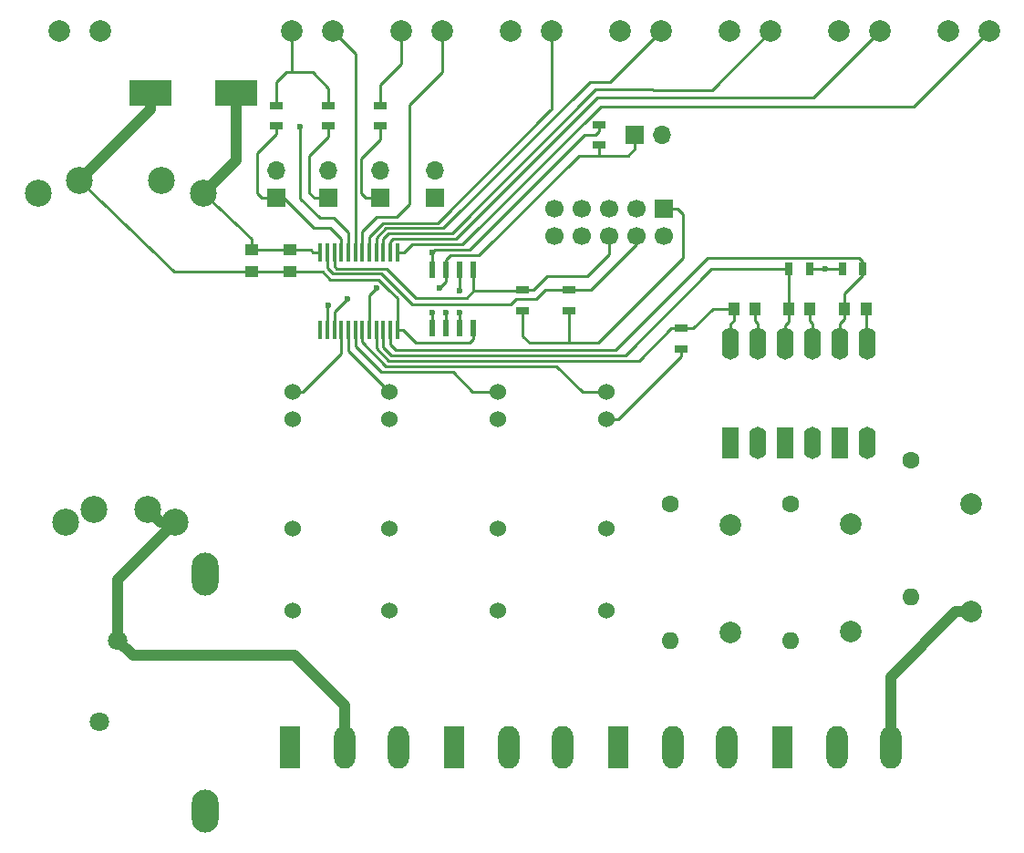
<source format=gtl>
G04 #@! TF.FileFunction,Copper,L1,Top,Signal*
%FSLAX46Y46*%
G04 Gerber Fmt 4.6, Leading zero omitted, Abs format (unit mm)*
G04 Created by KiCad (PCBNEW 4.0.2+dfsg1-stable) date lun 08 gen 2018 08:49:30 CET*
%MOMM*%
G01*
G04 APERTURE LIST*
%ADD10C,0.100000*%
%ADD11C,2.500000*%
%ADD12R,1.700000X1.700000*%
%ADD13C,1.700000*%
%ADD14O,2.499360X4.000500*%
%ADD15C,1.800000*%
%ADD16R,4.000500X2.400300*%
%ADD17R,1.250000X1.000000*%
%ADD18R,1.300000X0.700000*%
%ADD19R,0.450000X1.750000*%
%ADD20R,1.000000X1.250000*%
%ADD21C,1.600000*%
%ADD22O,1.600000X1.600000*%
%ADD23R,0.700000X1.300000*%
%ADD24O,1.700000X1.700000*%
%ADD25R,0.600000X1.550000*%
%ADD26C,1.524000*%
%ADD27C,2.000000*%
%ADD28R,1.980000X3.960000*%
%ADD29O,1.980000X3.960000*%
%ADD30R,1.600000X3.000000*%
%ADD31O,1.600000X3.000000*%
%ADD32C,0.600000*%
%ADD33C,0.250000*%
%ADD34C,1.000000*%
G04 APERTURE END LIST*
D10*
D11*
X95290000Y-104870000D03*
X100290000Y-104870000D03*
X90090000Y-75470000D03*
X105490000Y-75470000D03*
X92710000Y-106045000D03*
X102870000Y-106045000D03*
X93980000Y-74295000D03*
X101600000Y-74295000D03*
D12*
X148209000Y-76962000D03*
D13*
X148209000Y-79502000D03*
X145669000Y-76962000D03*
X145669000Y-79502000D03*
X143129000Y-76962000D03*
X143129000Y-79502000D03*
X140589000Y-76962000D03*
X140589000Y-79502000D03*
X138049000Y-76962000D03*
X138049000Y-79502000D03*
D14*
X105664000Y-110919260D03*
X105664000Y-132920740D03*
D15*
X97536000Y-117094000D03*
X95836000Y-124594000D03*
D16*
X108521500Y-66230500D03*
X100520500Y-66230500D03*
D17*
X109982000Y-80788000D03*
X109982000Y-82788000D03*
X113538000Y-80788000D03*
X113538000Y-82788000D03*
D18*
X139446000Y-86421000D03*
X139446000Y-84521000D03*
X135128000Y-86421000D03*
X135128000Y-84521000D03*
X121920000Y-69276000D03*
X121920000Y-67376000D03*
X117094000Y-69276000D03*
X117094000Y-67376000D03*
X112268000Y-69276000D03*
X112268000Y-67376000D03*
D19*
X116313000Y-88182000D03*
X116963000Y-88182000D03*
X117613000Y-88182000D03*
X118263000Y-88182000D03*
X118913000Y-88182000D03*
X119563000Y-88182000D03*
X120213000Y-88182000D03*
X120863000Y-88182000D03*
X121513000Y-88182000D03*
X122163000Y-88182000D03*
X122813000Y-88182000D03*
X123463000Y-88182000D03*
X123463000Y-80982000D03*
X122813000Y-80982000D03*
X122163000Y-80982000D03*
X121513000Y-80982000D03*
X120863000Y-80982000D03*
X120213000Y-80982000D03*
X119563000Y-80982000D03*
X118913000Y-80982000D03*
X118263000Y-80982000D03*
X117613000Y-80982000D03*
X116963000Y-80982000D03*
X116313000Y-80982000D03*
D20*
X154702000Y-86233000D03*
X156702000Y-86233000D03*
X159782000Y-86233000D03*
X161782000Y-86233000D03*
X164989000Y-86233000D03*
X166989000Y-86233000D03*
D18*
X149860000Y-89977000D03*
X149860000Y-88077000D03*
D21*
X148844000Y-104394000D03*
D22*
X148844000Y-117094000D03*
D23*
X161732000Y-82550000D03*
X159832000Y-82550000D03*
D21*
X160020000Y-104394000D03*
D22*
X160020000Y-117094000D03*
D23*
X164785000Y-82550000D03*
X166685000Y-82550000D03*
D21*
X171196000Y-100330000D03*
D22*
X171196000Y-113030000D03*
D12*
X112268000Y-75946000D03*
D24*
X112268000Y-73406000D03*
D12*
X117094000Y-75946000D03*
D24*
X117094000Y-73406000D03*
D12*
X121920000Y-75946000D03*
D24*
X121920000Y-73406000D03*
D12*
X127000000Y-75946000D03*
D24*
X127000000Y-73406000D03*
D25*
X126746000Y-88044000D03*
X128016000Y-88044000D03*
X129286000Y-88044000D03*
X130556000Y-88044000D03*
X130556000Y-82644000D03*
X129286000Y-82644000D03*
X128016000Y-82644000D03*
X126746000Y-82644000D03*
D26*
X142849600Y-93980000D03*
X142849600Y-96520000D03*
X142849600Y-106680000D03*
X142849600Y-114300000D03*
X122732800Y-93980000D03*
X122732800Y-96520000D03*
X122732800Y-106680000D03*
X122732800Y-114300000D03*
X113741200Y-93980000D03*
X113741200Y-96520000D03*
X113741200Y-106680000D03*
X113741200Y-114300000D03*
X132791200Y-93980000D03*
X132791200Y-96520000D03*
X132791200Y-106680000D03*
X132791200Y-114300000D03*
D27*
X176784000Y-104394000D03*
X176784000Y-114394000D03*
X165608000Y-106273600D03*
X165608000Y-116273600D03*
X154432000Y-106324400D03*
X154432000Y-116324400D03*
D28*
X113538000Y-127000000D03*
D29*
X118538000Y-127000000D03*
X123538000Y-127000000D03*
D28*
X128778000Y-127000000D03*
D29*
X133778000Y-127000000D03*
X138778000Y-127000000D03*
D28*
X144018000Y-127000000D03*
D29*
X149018000Y-127000000D03*
X154018000Y-127000000D03*
D28*
X159258000Y-127000000D03*
D29*
X164258000Y-127000000D03*
X169258000Y-127000000D03*
D18*
X142240000Y-69154000D03*
X142240000Y-71054000D03*
D12*
X145542000Y-70104000D03*
D24*
X148082000Y-70104000D03*
D27*
X113665000Y-60452000D03*
X117475000Y-60452000D03*
X123825000Y-60452000D03*
X127635000Y-60452000D03*
X133985000Y-60452000D03*
X137795000Y-60452000D03*
X154305000Y-60452000D03*
X158115000Y-60452000D03*
X164465000Y-60452000D03*
X168275000Y-60452000D03*
X174625000Y-60452000D03*
X178435000Y-60452000D03*
X92075000Y-60452000D03*
X95885000Y-60452000D03*
X144145000Y-60452000D03*
X147955000Y-60452000D03*
D30*
X164592000Y-98717000D03*
D31*
X167132000Y-89497000D03*
X167132000Y-98717000D03*
X164592000Y-89497000D03*
D30*
X159512000Y-98717000D03*
D31*
X162052000Y-89497000D03*
X162052000Y-98717000D03*
X159512000Y-89497000D03*
D30*
X154432000Y-98717000D03*
D31*
X156972000Y-89497000D03*
X156972000Y-98717000D03*
X154432000Y-89497000D03*
D32*
X126746000Y-81026000D03*
X163195000Y-82550000D03*
X129286000Y-84531200D03*
X114427000Y-69342000D03*
X126746000Y-86614000D03*
X128016000Y-86614000D03*
X117094000Y-85953600D03*
X129286000Y-86614000D03*
X118821200Y-85293200D03*
X121564400Y-84328000D03*
X127406400Y-84328000D03*
D33*
X130175000Y-80772000D02*
X127000000Y-80772000D01*
X141859000Y-70104000D02*
X142240000Y-69723000D01*
X142240000Y-69154000D02*
X142240000Y-69723000D01*
X130175000Y-80772000D02*
X140843000Y-70104000D01*
X140843000Y-70104000D02*
X141859000Y-70104000D01*
X127000000Y-80772000D02*
X126746000Y-81026000D01*
X126746000Y-82644000D02*
X126746000Y-81026000D01*
D34*
X108521500Y-66230500D02*
X108521500Y-72438500D01*
X108521500Y-72438500D02*
X105490000Y-75470000D01*
D33*
X161732000Y-82550000D02*
X163195000Y-82550000D01*
X163195000Y-82550000D02*
X164785000Y-82550000D01*
X149860000Y-89977000D02*
X149860000Y-90678000D01*
X144018000Y-96520000D02*
X142849600Y-96520000D01*
X149860000Y-90678000D02*
X144018000Y-96520000D01*
X105490000Y-75470000D02*
X105490000Y-75467200D01*
X116313000Y-80982000D02*
X115653000Y-80982000D01*
X115459000Y-80788000D02*
X113538000Y-80788000D01*
X115653000Y-80982000D02*
X115459000Y-80788000D01*
X109982000Y-80788000D02*
X113538000Y-80788000D01*
X109982000Y-79708000D02*
X109982000Y-80788000D01*
X105490000Y-75470000D02*
X109982000Y-79708000D01*
X123825000Y-60452000D02*
X123825000Y-63500000D01*
X113665000Y-60452000D02*
X113665000Y-64262000D01*
X113665000Y-64262000D02*
X113792000Y-64262000D01*
X156972000Y-90297000D02*
X156972000Y-87630000D01*
X156972000Y-87630000D02*
X156702000Y-87360000D01*
X156702000Y-87360000D02*
X156702000Y-86233000D01*
X162052000Y-90297000D02*
X162052000Y-87630000D01*
X161782000Y-87360000D02*
X161782000Y-86233000D01*
X162052000Y-87630000D02*
X161782000Y-87360000D01*
X167132000Y-90297000D02*
X167132000Y-88265000D01*
X166989000Y-88122000D02*
X166989000Y-86233000D01*
X167132000Y-88265000D02*
X166989000Y-88122000D01*
X113538000Y-82788000D02*
X116519200Y-82788000D01*
X121742200Y-83515200D02*
X122682000Y-84455000D01*
X117246400Y-83515200D02*
X121742200Y-83515200D01*
X116519200Y-82788000D02*
X117246400Y-83515200D01*
X117094000Y-67376000D02*
X117094000Y-65735200D01*
X115620800Y-64262000D02*
X113792000Y-64262000D01*
X113792000Y-64262000D02*
X113665000Y-64262000D01*
X117094000Y-65735200D02*
X115620800Y-64262000D01*
X112268000Y-67376000D02*
X112268000Y-65176400D01*
X112268000Y-65176400D02*
X113182400Y-64262000D01*
D34*
X100520500Y-66230500D02*
X100520500Y-67754500D01*
X100520500Y-67754500D02*
X93980000Y-74295000D01*
D33*
X121920000Y-67376000D02*
X121920000Y-65405000D01*
X121920000Y-65405000D02*
X123698000Y-63627000D01*
X123698000Y-63627000D02*
X123825000Y-63500000D01*
X130556000Y-88044000D02*
X130556000Y-89027000D01*
X130175000Y-89408000D02*
X125222000Y-89408000D01*
X130556000Y-89027000D02*
X130175000Y-89408000D01*
X123463000Y-88182000D02*
X123996000Y-88182000D01*
X123996000Y-88182000D02*
X125222000Y-89408000D01*
X123463000Y-88182000D02*
X123463000Y-85236000D01*
X123463000Y-85236000D02*
X122682000Y-84455000D01*
X109982000Y-82788000D02*
X102727000Y-82788000D01*
X102727000Y-82788000D02*
X93980000Y-74295000D01*
X113182400Y-64262000D02*
X113665000Y-64262000D01*
X109982000Y-82788000D02*
X113538000Y-82788000D01*
X139446000Y-86421000D02*
X139446000Y-89408000D01*
X148209000Y-76962000D02*
X149479000Y-76962000D01*
X142113000Y-89408000D02*
X139446000Y-89408000D01*
X139446000Y-89408000D02*
X138049000Y-89408000D01*
X142113000Y-89408000D02*
X149987000Y-81534000D01*
X149987000Y-77470000D02*
X149987000Y-81534000D01*
X149479000Y-76962000D02*
X149987000Y-77470000D01*
X135128000Y-86421000D02*
X135128000Y-88773000D01*
X135763000Y-89408000D02*
X138049000Y-89408000D01*
X135128000Y-88773000D02*
X135763000Y-89408000D01*
X143129000Y-79502000D02*
X143129000Y-81153000D01*
X141097000Y-83185000D02*
X137414000Y-83185000D01*
X143129000Y-81153000D02*
X141097000Y-83185000D01*
X129921000Y-85217000D02*
X125222000Y-85217000D01*
X117613000Y-80982000D02*
X117613000Y-82307000D01*
X125222000Y-85217000D02*
X122504200Y-82499200D01*
X122504200Y-82499200D02*
X117805200Y-82499200D01*
X117805200Y-82499200D02*
X117613000Y-82307000D01*
X129921000Y-85217000D02*
X130556000Y-84582000D01*
X135128000Y-84521000D02*
X136078000Y-84521000D01*
X136078000Y-84521000D02*
X137414000Y-83185000D01*
X130556000Y-82517000D02*
X130556000Y-84582000D01*
X135102300Y-84582000D02*
X130556000Y-84582000D01*
X129286000Y-82644000D02*
X129286000Y-84531200D01*
X145669000Y-80264000D02*
X141412000Y-84521000D01*
X121945400Y-82956400D02*
X124841000Y-85852000D01*
X136398000Y-85344000D02*
X137221000Y-84521000D01*
X134493000Y-85344000D02*
X136398000Y-85344000D01*
X133985000Y-85852000D02*
X134493000Y-85344000D01*
X124841000Y-85852000D02*
X133985000Y-85852000D01*
X137221000Y-84521000D02*
X139446000Y-84521000D01*
X116963000Y-80982000D02*
X116963000Y-82419000D01*
X117500400Y-82956400D02*
X121945400Y-82956400D01*
X116963000Y-82419000D02*
X117500400Y-82956400D01*
X139446000Y-84521000D02*
X137221000Y-84521000D01*
X141412000Y-84521000D02*
X139446000Y-84521000D01*
X113741200Y-93980000D02*
X114655600Y-93980000D01*
X114655600Y-93980000D02*
X118263000Y-90372600D01*
X118263000Y-88182000D02*
X118263000Y-90372600D01*
X121984200Y-92139200D02*
X119563000Y-89718000D01*
X132791200Y-93980000D02*
X130454400Y-93980000D01*
X130454400Y-93980000D02*
X128613600Y-92139200D01*
X128613600Y-92139200D02*
X121984200Y-92139200D01*
X119563000Y-89718000D02*
X119563000Y-88182000D01*
X118913000Y-88182000D02*
X118913000Y-90160200D01*
X118913000Y-90160200D02*
X122732800Y-93980000D01*
X120213000Y-89352000D02*
X122428000Y-91567000D01*
X142849600Y-93980000D02*
X140665200Y-93980000D01*
X140665200Y-93980000D02*
X138252200Y-91567000D01*
X120213000Y-89352000D02*
X120213000Y-88182000D01*
X122428000Y-91567000D02*
X138252200Y-91567000D01*
D34*
X118538000Y-127000000D02*
X118538000Y-123110000D01*
X98907600Y-118465600D02*
X97536000Y-117094000D01*
X113893600Y-118465600D02*
X98907600Y-118465600D01*
X118538000Y-123110000D02*
X113893600Y-118465600D01*
X97536000Y-117094000D02*
X97536000Y-111379000D01*
X97536000Y-111379000D02*
X102870000Y-106045000D01*
X102870000Y-106045000D02*
X101465000Y-106045000D01*
X101465000Y-106045000D02*
X100290000Y-104870000D01*
D33*
X145796000Y-91059000D02*
X145923000Y-91059000D01*
X145415000Y-91059000D02*
X122682000Y-91059000D01*
X121513000Y-89890000D02*
X122682000Y-91059000D01*
X121513000Y-88182000D02*
X121513000Y-89890000D01*
X145415000Y-91059000D02*
X145796000Y-91059000D01*
X148905000Y-88077000D02*
X149860000Y-88077000D01*
X145923000Y-91059000D02*
X148905000Y-88077000D01*
X154702000Y-86233000D02*
X152781000Y-86233000D01*
X150937000Y-88077000D02*
X149860000Y-88077000D01*
X152781000Y-86233000D02*
X150937000Y-88077000D01*
X154432000Y-90297000D02*
X154432000Y-87630000D01*
X154702000Y-87360000D02*
X154702000Y-86233000D01*
X154432000Y-87630000D02*
X154702000Y-87360000D01*
X159832000Y-82550000D02*
X152654000Y-82550000D01*
X122163000Y-89778000D02*
X122936000Y-90551000D01*
X122936000Y-90551000D02*
X143489400Y-90551000D01*
X143489400Y-90551000D02*
X143499700Y-90540700D01*
X122163000Y-89778000D02*
X122163000Y-88182000D01*
X143499700Y-90540700D02*
X144663300Y-90540700D01*
X152654000Y-82550000D02*
X144663300Y-90540700D01*
X159782000Y-86233000D02*
X159782000Y-82600000D01*
X159782000Y-82600000D02*
X159832000Y-82550000D01*
X159512000Y-90297000D02*
X159512000Y-87757000D01*
X159782000Y-87487000D02*
X159782000Y-86233000D01*
X159512000Y-87757000D02*
X159782000Y-87487000D01*
X143764000Y-90043000D02*
X143637000Y-90043000D01*
X122813000Y-89539000D02*
X123317000Y-90043000D01*
X122813000Y-88182000D02*
X122813000Y-89539000D01*
X123317000Y-90043000D02*
X143637000Y-90043000D01*
X166370000Y-81534000D02*
X152273000Y-81534000D01*
X152273000Y-81534000D02*
X143764000Y-90043000D01*
X166685000Y-81849000D02*
X166370000Y-81534000D01*
X166685000Y-81849000D02*
X166685000Y-82550000D01*
X164592000Y-90297000D02*
X164592000Y-87630000D01*
X164989000Y-87233000D02*
X164989000Y-86233000D01*
X164592000Y-87630000D02*
X164989000Y-87233000D01*
X166685000Y-82550000D02*
X166685000Y-83124000D01*
X166685000Y-83124000D02*
X164989000Y-84820000D01*
X164989000Y-84820000D02*
X164989000Y-86233000D01*
X165039000Y-86183000D02*
X164989000Y-86233000D01*
D34*
X159272000Y-127000000D02*
X159258000Y-127000000D01*
X176784000Y-114394000D02*
X175293000Y-114394000D01*
X175293000Y-114394000D02*
X169258000Y-120429000D01*
X169258000Y-127000000D02*
X169258000Y-120429000D01*
D33*
X170688000Y-67437000D02*
X171450000Y-67437000D01*
X171450000Y-67437000D02*
X178435000Y-60452000D01*
X142367000Y-67437000D02*
X170688000Y-67437000D01*
X129540000Y-80264000D02*
X142367000Y-67437000D01*
X123463000Y-80982000D02*
X124123000Y-80982000D01*
X124123000Y-80982000D02*
X124841000Y-80264000D01*
X129540000Y-80264000D02*
X142367000Y-67437000D01*
X124841000Y-80264000D02*
X129540000Y-80264000D01*
X161290000Y-66641598D02*
X162085402Y-66641598D01*
X162085402Y-66641598D02*
X168275000Y-60452000D01*
X142019402Y-66641598D02*
X128879300Y-79781700D01*
X161290000Y-66641598D02*
X142019402Y-66641598D01*
X122813000Y-80006000D02*
X123037300Y-79781700D01*
X123037300Y-79781700D02*
X128879300Y-79781700D01*
X122813000Y-80982000D02*
X122813000Y-80006000D01*
X152654378Y-65909450D02*
X152657550Y-65909450D01*
X152657550Y-65909450D02*
X158115000Y-60452000D01*
X141866382Y-65878253D02*
X152654378Y-65909450D01*
X128573231Y-79213253D02*
X141866382Y-65878253D01*
X122163000Y-80982000D02*
X122163000Y-79756000D01*
X122174000Y-79756000D02*
X122682000Y-79248000D01*
X122682000Y-79248000D02*
X128573231Y-79213253D01*
X122163000Y-79756000D02*
X122174000Y-79756000D01*
X142494000Y-65151000D02*
X143256000Y-65151000D01*
X143256000Y-65151000D02*
X147955000Y-60452000D01*
X127762000Y-78740000D02*
X141351000Y-65151000D01*
X127762000Y-78740000D02*
X122428000Y-78740000D01*
X122428000Y-78740000D02*
X121513000Y-79655000D01*
X121513000Y-80982000D02*
X121513000Y-79655000D01*
X141351000Y-65151000D02*
X142494000Y-65151000D01*
X137795000Y-60452000D02*
X137795000Y-67691000D01*
X137795000Y-67691000D02*
X137668000Y-67818000D01*
X125095000Y-78289998D02*
X127196002Y-78289998D01*
X127196002Y-78289998D02*
X137668000Y-67818000D01*
X137668000Y-67818000D02*
X137795000Y-67691000D01*
X122116002Y-78289998D02*
X120863000Y-79543000D01*
X125095000Y-78289998D02*
X122116002Y-78289998D01*
X120863000Y-79543000D02*
X120863000Y-80982000D01*
X127635000Y-60452000D02*
X127635000Y-64262000D01*
X124587000Y-76511998D02*
X124587000Y-67310000D01*
X120213000Y-79065000D02*
X121554000Y-77724000D01*
X120213000Y-80982000D02*
X120213000Y-79065000D01*
X124587000Y-76511998D02*
X123374998Y-77724000D01*
X123374998Y-77724000D02*
X121554000Y-77724000D01*
X124587000Y-67310000D02*
X127508000Y-64389000D01*
X127508000Y-64389000D02*
X127635000Y-64262000D01*
X119563000Y-80982000D02*
X119563000Y-62540000D01*
X119563000Y-62540000D02*
X117475000Y-60452000D01*
X114452400Y-69367400D02*
X114452400Y-70764400D01*
X114427000Y-69342000D02*
X114452400Y-69367400D01*
X118913000Y-79162000D02*
X118491000Y-78740000D01*
X118913000Y-80982000D02*
X118913000Y-79162000D01*
X117538500Y-77787500D02*
X116268500Y-77787500D01*
X116268500Y-77787500D02*
X114452400Y-75984100D01*
X114452400Y-75984100D02*
X114452400Y-70764400D01*
X118491000Y-78740000D02*
X117538500Y-77787500D01*
X112268000Y-75946000D02*
X110896400Y-75946000D01*
X110439200Y-75488800D02*
X110439200Y-71805800D01*
X110896400Y-75946000D02*
X110439200Y-75488800D01*
X112268000Y-69276000D02*
X112268000Y-69977000D01*
X110439200Y-71805800D02*
X111760000Y-70485000D01*
X112268000Y-69977000D02*
X111760000Y-70485000D01*
X112268000Y-75946000D02*
X112903000Y-75946000D01*
X112903000Y-75946000D02*
X115697000Y-78740000D01*
X126746000Y-88044000D02*
X126746000Y-86614000D01*
X117221000Y-78740000D02*
X115697000Y-78740000D01*
X118263000Y-80982000D02*
X118263000Y-79782000D01*
X118263000Y-79782000D02*
X117221000Y-78740000D01*
X128016000Y-86614000D02*
X128016000Y-88044000D01*
X116963000Y-88182000D02*
X116963000Y-86084600D01*
X116963000Y-86084600D02*
X117094000Y-85953600D01*
X115316000Y-72009000D02*
X117094000Y-70231000D01*
X117094000Y-69276000D02*
X117094000Y-70231000D01*
X115747800Y-75946000D02*
X117094000Y-75946000D01*
X115747800Y-75946000D02*
X115316000Y-75514200D01*
X115316000Y-75514200D02*
X115316000Y-72009000D01*
X129286000Y-86614000D02*
X129286000Y-88044000D01*
X117613000Y-88182000D02*
X117613000Y-86501400D01*
X117613000Y-86501400D02*
X118821200Y-85293200D01*
X120103900Y-75526900D02*
X120103900Y-72301100D01*
X120142000Y-72288400D02*
X120142000Y-72263000D01*
X120116600Y-72288400D02*
X120142000Y-72288400D01*
X120103900Y-72301100D02*
X120116600Y-72288400D01*
X121920000Y-70485000D02*
X121920000Y-69276000D01*
X120142000Y-72263000D02*
X121920000Y-70485000D01*
X120523000Y-75946000D02*
X120103900Y-75526900D01*
X121920000Y-75946000D02*
X120523000Y-75946000D01*
X142240000Y-71054000D02*
X142240000Y-72009000D01*
X145542000Y-71374000D02*
X145542000Y-70104000D01*
X131318000Y-81026000D02*
X140335000Y-72009000D01*
X140335000Y-72009000D02*
X142240000Y-72009000D01*
X142240000Y-72009000D02*
X144907000Y-72009000D01*
X144907000Y-72009000D02*
X145542000Y-71374000D01*
X128016000Y-82644000D02*
X128016000Y-83718400D01*
X120863000Y-85029400D02*
X120863000Y-88182000D01*
X121564400Y-84328000D02*
X120863000Y-85029400D01*
X128016000Y-83718400D02*
X127406400Y-84328000D01*
X129082800Y-81280000D02*
X131064000Y-81280000D01*
X131064000Y-81280000D02*
X131318000Y-81026000D01*
X128016000Y-82644000D02*
X128016000Y-81661000D01*
X128016000Y-81661000D02*
X128397000Y-81280000D01*
X128397000Y-81280000D02*
X129082800Y-81280000D01*
M02*

</source>
